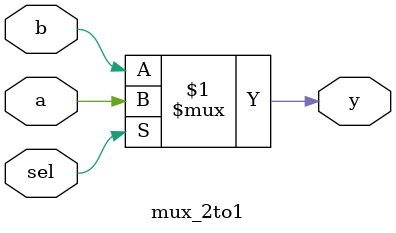
<source format=v>
module mux_2to1 ( output y, 
                    input  a,b,sel
    
);

assign y =  sel ? a : b ;

initial begin
    $display ("debugging design");
end 

endmodule //mux_2to1
</source>
